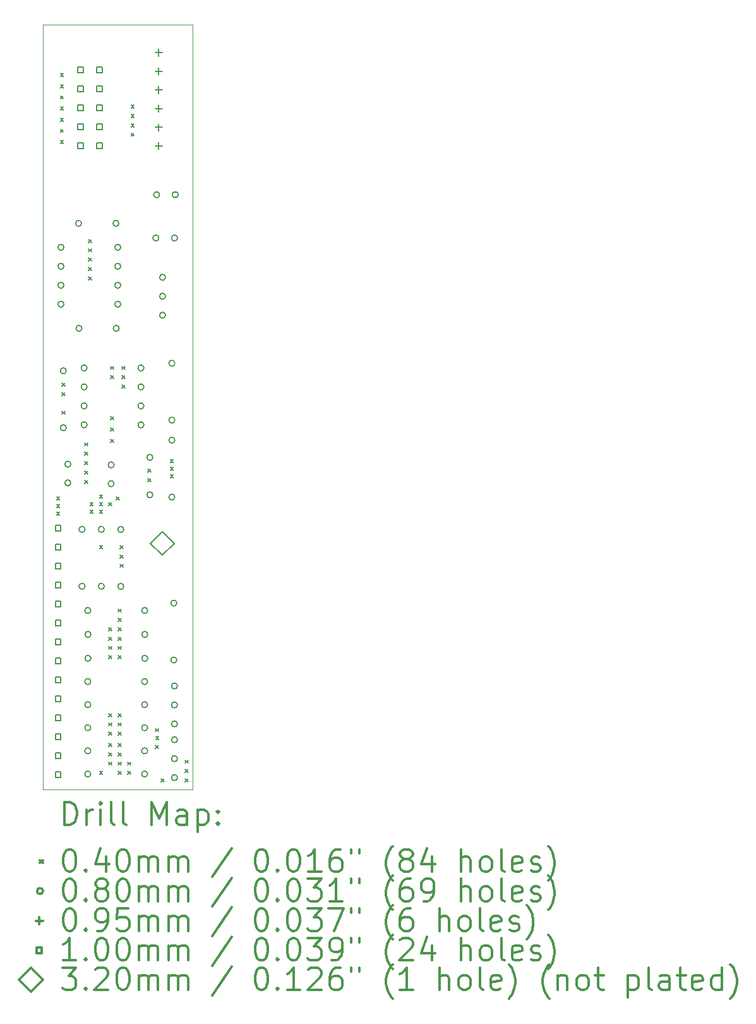
<source format=gbr>
%FSLAX45Y45*%
G04 Gerber Fmt 4.5, Leading zero omitted, Abs format (unit mm)*
G04 Created by KiCad (PCBNEW 5.1.9+dfsg1-1~bpo10+1) date 2022-02-04 08:42:54*
%MOMM*%
%LPD*%
G01*
G04 APERTURE LIST*
%TA.AperFunction,Profile*%
%ADD10C,0.050000*%
%TD*%
%ADD11C,0.200000*%
%ADD12C,0.300000*%
G04 APERTURE END LIST*
D10*
X13500000Y-15550000D02*
X13500000Y-5300000D01*
X15500000Y-15550000D02*
X13500000Y-15550000D01*
X15500000Y-5300000D02*
X15500000Y-15550000D01*
X13500000Y-5300000D02*
X15500000Y-5300000D01*
D11*
X13680000Y-11630000D02*
X13720000Y-11670000D01*
X13720000Y-11630000D02*
X13680000Y-11670000D01*
X13680000Y-11730000D02*
X13720000Y-11770000D01*
X13720000Y-11730000D02*
X13680000Y-11770000D01*
X13680000Y-11830000D02*
X13720000Y-11870000D01*
X13720000Y-11830000D02*
X13680000Y-11870000D01*
X13730000Y-5955000D02*
X13770000Y-5995000D01*
X13770000Y-5955000D02*
X13730000Y-5995000D01*
X13730000Y-6105000D02*
X13770000Y-6145000D01*
X13770000Y-6105000D02*
X13730000Y-6145000D01*
X13730000Y-6255000D02*
X13770000Y-6295000D01*
X13770000Y-6255000D02*
X13730000Y-6295000D01*
X13730000Y-6405000D02*
X13770000Y-6445000D01*
X13770000Y-6405000D02*
X13730000Y-6445000D01*
X13730000Y-6555000D02*
X13770000Y-6595000D01*
X13770000Y-6555000D02*
X13730000Y-6595000D01*
X13730000Y-6705000D02*
X13770000Y-6745000D01*
X13770000Y-6705000D02*
X13730000Y-6745000D01*
X13730000Y-6855000D02*
X13770000Y-6895000D01*
X13770000Y-6855000D02*
X13730000Y-6895000D01*
X13755000Y-10105000D02*
X13795000Y-10145000D01*
X13795000Y-10105000D02*
X13755000Y-10145000D01*
X13755000Y-10230000D02*
X13795000Y-10270000D01*
X13795000Y-10230000D02*
X13755000Y-10270000D01*
X13755000Y-10480000D02*
X13795000Y-10520000D01*
X13795000Y-10480000D02*
X13755000Y-10520000D01*
X14055000Y-10905000D02*
X14095000Y-10945000D01*
X14095000Y-10905000D02*
X14055000Y-10945000D01*
X14055000Y-11030000D02*
X14095000Y-11070000D01*
X14095000Y-11030000D02*
X14055000Y-11070000D01*
X14055000Y-11155000D02*
X14095000Y-11195000D01*
X14095000Y-11155000D02*
X14055000Y-11195000D01*
X14055000Y-11280000D02*
X14095000Y-11320000D01*
X14095000Y-11280000D02*
X14055000Y-11320000D01*
X14055000Y-11405000D02*
X14095000Y-11445000D01*
X14095000Y-11405000D02*
X14055000Y-11445000D01*
X14105000Y-8180000D02*
X14145000Y-8220000D01*
X14145000Y-8180000D02*
X14105000Y-8220000D01*
X14105000Y-8305000D02*
X14145000Y-8345000D01*
X14145000Y-8305000D02*
X14105000Y-8345000D01*
X14105000Y-8430000D02*
X14145000Y-8470000D01*
X14145000Y-8430000D02*
X14105000Y-8470000D01*
X14105000Y-8555000D02*
X14145000Y-8595000D01*
X14145000Y-8555000D02*
X14105000Y-8595000D01*
X14105000Y-8680000D02*
X14145000Y-8720000D01*
X14145000Y-8680000D02*
X14105000Y-8720000D01*
X14130000Y-11705000D02*
X14170000Y-11745000D01*
X14170000Y-11705000D02*
X14130000Y-11745000D01*
X14130000Y-11805000D02*
X14170000Y-11845000D01*
X14170000Y-11805000D02*
X14130000Y-11845000D01*
X14255000Y-11605000D02*
X14295000Y-11645000D01*
X14295000Y-11605000D02*
X14255000Y-11645000D01*
X14255000Y-11705000D02*
X14295000Y-11745000D01*
X14295000Y-11705000D02*
X14255000Y-11745000D01*
X14255000Y-11805000D02*
X14295000Y-11845000D01*
X14295000Y-11805000D02*
X14255000Y-11845000D01*
X14255000Y-12280000D02*
X14295000Y-12320000D01*
X14295000Y-12280000D02*
X14255000Y-12320000D01*
X14255000Y-15305000D02*
X14295000Y-15345000D01*
X14295000Y-15305000D02*
X14255000Y-15345000D01*
X14380000Y-11705000D02*
X14420000Y-11745000D01*
X14420000Y-11705000D02*
X14380000Y-11745000D01*
X14380000Y-13380000D02*
X14420000Y-13420000D01*
X14420000Y-13380000D02*
X14380000Y-13420000D01*
X14380000Y-13505000D02*
X14420000Y-13545000D01*
X14420000Y-13505000D02*
X14380000Y-13545000D01*
X14380000Y-13630000D02*
X14420000Y-13670000D01*
X14420000Y-13630000D02*
X14380000Y-13670000D01*
X14380000Y-13755000D02*
X14420000Y-13795000D01*
X14420000Y-13755000D02*
X14380000Y-13795000D01*
X14380000Y-14530000D02*
X14420000Y-14570000D01*
X14420000Y-14530000D02*
X14380000Y-14570000D01*
X14380000Y-14655000D02*
X14420000Y-14695000D01*
X14420000Y-14655000D02*
X14380000Y-14695000D01*
X14380000Y-14780000D02*
X14420000Y-14820000D01*
X14420000Y-14780000D02*
X14380000Y-14820000D01*
X14380000Y-14930000D02*
X14420000Y-14970000D01*
X14420000Y-14930000D02*
X14380000Y-14970000D01*
X14380000Y-15055000D02*
X14420000Y-15095000D01*
X14420000Y-15055000D02*
X14380000Y-15095000D01*
X14380000Y-15180000D02*
X14420000Y-15220000D01*
X14420000Y-15180000D02*
X14380000Y-15220000D01*
X14405000Y-9880000D02*
X14445000Y-9920000D01*
X14445000Y-9880000D02*
X14405000Y-9920000D01*
X14405000Y-10005000D02*
X14445000Y-10045000D01*
X14445000Y-10005000D02*
X14405000Y-10045000D01*
X14405000Y-10555000D02*
X14445000Y-10595000D01*
X14445000Y-10555000D02*
X14405000Y-10595000D01*
X14405000Y-10705000D02*
X14445000Y-10745000D01*
X14445000Y-10705000D02*
X14405000Y-10745000D01*
X14405000Y-10855000D02*
X14445000Y-10895000D01*
X14445000Y-10855000D02*
X14405000Y-10895000D01*
X14480000Y-11630000D02*
X14520000Y-11670000D01*
X14520000Y-11630000D02*
X14480000Y-11670000D01*
X14505000Y-13130000D02*
X14545000Y-13170000D01*
X14545000Y-13130000D02*
X14505000Y-13170000D01*
X14505000Y-13255000D02*
X14545000Y-13295000D01*
X14545000Y-13255000D02*
X14505000Y-13295000D01*
X14505000Y-13380000D02*
X14545000Y-13420000D01*
X14545000Y-13380000D02*
X14505000Y-13420000D01*
X14505000Y-13505000D02*
X14545000Y-13545000D01*
X14545000Y-13505000D02*
X14505000Y-13545000D01*
X14505000Y-13630000D02*
X14545000Y-13670000D01*
X14545000Y-13630000D02*
X14505000Y-13670000D01*
X14505000Y-13755000D02*
X14545000Y-13795000D01*
X14545000Y-13755000D02*
X14505000Y-13795000D01*
X14505000Y-14530000D02*
X14545000Y-14570000D01*
X14545000Y-14530000D02*
X14505000Y-14570000D01*
X14505000Y-14655000D02*
X14545000Y-14695000D01*
X14545000Y-14655000D02*
X14505000Y-14695000D01*
X14505000Y-14780000D02*
X14545000Y-14820000D01*
X14545000Y-14780000D02*
X14505000Y-14820000D01*
X14505000Y-14930000D02*
X14545000Y-14970000D01*
X14545000Y-14930000D02*
X14505000Y-14970000D01*
X14505000Y-15055000D02*
X14545000Y-15095000D01*
X14545000Y-15055000D02*
X14505000Y-15095000D01*
X14505000Y-15180000D02*
X14545000Y-15220000D01*
X14545000Y-15180000D02*
X14505000Y-15220000D01*
X14505000Y-15305000D02*
X14545000Y-15345000D01*
X14545000Y-15305000D02*
X14505000Y-15345000D01*
X14530000Y-12280000D02*
X14570000Y-12320000D01*
X14570000Y-12280000D02*
X14530000Y-12320000D01*
X14530000Y-12405000D02*
X14570000Y-12445000D01*
X14570000Y-12405000D02*
X14530000Y-12445000D01*
X14530000Y-12530000D02*
X14570000Y-12570000D01*
X14570000Y-12530000D02*
X14530000Y-12570000D01*
X14555000Y-9880000D02*
X14595000Y-9920000D01*
X14595000Y-9880000D02*
X14555000Y-9920000D01*
X14555000Y-10005000D02*
X14595000Y-10045000D01*
X14595000Y-10005000D02*
X14555000Y-10045000D01*
X14555000Y-10130000D02*
X14595000Y-10170000D01*
X14595000Y-10130000D02*
X14555000Y-10170000D01*
X14630000Y-15180000D02*
X14670000Y-15220000D01*
X14670000Y-15180000D02*
X14630000Y-15220000D01*
X14630000Y-15305000D02*
X14670000Y-15345000D01*
X14670000Y-15305000D02*
X14630000Y-15345000D01*
X14680000Y-6380000D02*
X14720000Y-6420000D01*
X14720000Y-6380000D02*
X14680000Y-6420000D01*
X14680000Y-6505000D02*
X14720000Y-6545000D01*
X14720000Y-6505000D02*
X14680000Y-6545000D01*
X14680000Y-6630000D02*
X14720000Y-6670000D01*
X14720000Y-6630000D02*
X14680000Y-6670000D01*
X14680000Y-6755000D02*
X14720000Y-6795000D01*
X14720000Y-6755000D02*
X14680000Y-6795000D01*
X14905000Y-11255000D02*
X14945000Y-11295000D01*
X14945000Y-11255000D02*
X14905000Y-11295000D01*
X14905000Y-11380000D02*
X14945000Y-11420000D01*
X14945000Y-11380000D02*
X14905000Y-11420000D01*
X15005000Y-14730000D02*
X15045000Y-14770000D01*
X15045000Y-14730000D02*
X15005000Y-14770000D01*
X15005000Y-14955000D02*
X15045000Y-14995000D01*
X15045000Y-14955000D02*
X15005000Y-14995000D01*
X15010000Y-14840000D02*
X15050000Y-14880000D01*
X15050000Y-14840000D02*
X15010000Y-14880000D01*
X15080000Y-15405000D02*
X15120000Y-15445000D01*
X15120000Y-15405000D02*
X15080000Y-15445000D01*
X15205000Y-11130000D02*
X15245000Y-11170000D01*
X15245000Y-11130000D02*
X15205000Y-11170000D01*
X15205000Y-11230000D02*
X15245000Y-11270000D01*
X15245000Y-11230000D02*
X15205000Y-11270000D01*
X15205000Y-11330000D02*
X15245000Y-11370000D01*
X15245000Y-11330000D02*
X15205000Y-11370000D01*
X15405000Y-15155000D02*
X15445000Y-15195000D01*
X15445000Y-15155000D02*
X15405000Y-15195000D01*
X15405000Y-15280000D02*
X15445000Y-15320000D01*
X15445000Y-15280000D02*
X15405000Y-15320000D01*
X15405000Y-15405000D02*
X15445000Y-15445000D01*
X15445000Y-15405000D02*
X15405000Y-15445000D01*
X13778000Y-8285000D02*
G75*
G03*
X13778000Y-8285000I-40000J0D01*
G01*
X13778000Y-8539000D02*
G75*
G03*
X13778000Y-8539000I-40000J0D01*
G01*
X13778000Y-8793000D02*
G75*
G03*
X13778000Y-8793000I-40000J0D01*
G01*
X13778000Y-9047000D02*
G75*
G03*
X13778000Y-9047000I-40000J0D01*
G01*
X13810000Y-9940000D02*
G75*
G03*
X13810000Y-9940000I-40000J0D01*
G01*
X13810000Y-10702000D02*
G75*
G03*
X13810000Y-10702000I-40000J0D01*
G01*
X13870000Y-11190000D02*
G75*
G03*
X13870000Y-11190000I-40000J0D01*
G01*
X13870000Y-11440000D02*
G75*
G03*
X13870000Y-11440000I-40000J0D01*
G01*
X14015000Y-7965000D02*
G75*
G03*
X14015000Y-7965000I-40000J0D01*
G01*
X14020000Y-9370000D02*
G75*
G03*
X14020000Y-9370000I-40000J0D01*
G01*
X14060000Y-12063000D02*
G75*
G03*
X14060000Y-12063000I-40000J0D01*
G01*
X14060000Y-12825000D02*
G75*
G03*
X14060000Y-12825000I-40000J0D01*
G01*
X14088000Y-9900000D02*
G75*
G03*
X14088000Y-9900000I-40000J0D01*
G01*
X14088000Y-10154000D02*
G75*
G03*
X14088000Y-10154000I-40000J0D01*
G01*
X14088000Y-10408000D02*
G75*
G03*
X14088000Y-10408000I-40000J0D01*
G01*
X14088000Y-10662000D02*
G75*
G03*
X14088000Y-10662000I-40000J0D01*
G01*
X14138000Y-13150000D02*
G75*
G03*
X14138000Y-13150000I-40000J0D01*
G01*
X14138000Y-14100000D02*
G75*
G03*
X14138000Y-14100000I-40000J0D01*
G01*
X14138000Y-14410000D02*
G75*
G03*
X14138000Y-14410000I-40000J0D01*
G01*
X14138000Y-14720000D02*
G75*
G03*
X14138000Y-14720000I-40000J0D01*
G01*
X14138000Y-15030000D02*
G75*
G03*
X14138000Y-15030000I-40000J0D01*
G01*
X14138000Y-15340000D02*
G75*
G03*
X14138000Y-15340000I-40000J0D01*
G01*
X14140000Y-13470000D02*
G75*
G03*
X14140000Y-13470000I-40000J0D01*
G01*
X14140000Y-13790000D02*
G75*
G03*
X14140000Y-13790000I-40000J0D01*
G01*
X14320000Y-12063000D02*
G75*
G03*
X14320000Y-12063000I-40000J0D01*
G01*
X14320000Y-12825000D02*
G75*
G03*
X14320000Y-12825000I-40000J0D01*
G01*
X14450000Y-11200000D02*
G75*
G03*
X14450000Y-11200000I-40000J0D01*
G01*
X14450000Y-11450000D02*
G75*
G03*
X14450000Y-11450000I-40000J0D01*
G01*
X14515000Y-7965000D02*
G75*
G03*
X14515000Y-7965000I-40000J0D01*
G01*
X14520000Y-9370000D02*
G75*
G03*
X14520000Y-9370000I-40000J0D01*
G01*
X14540000Y-8285000D02*
G75*
G03*
X14540000Y-8285000I-40000J0D01*
G01*
X14540000Y-8539000D02*
G75*
G03*
X14540000Y-8539000I-40000J0D01*
G01*
X14540000Y-8793000D02*
G75*
G03*
X14540000Y-8793000I-40000J0D01*
G01*
X14540000Y-9047000D02*
G75*
G03*
X14540000Y-9047000I-40000J0D01*
G01*
X14580000Y-12065000D02*
G75*
G03*
X14580000Y-12065000I-40000J0D01*
G01*
X14580000Y-12827000D02*
G75*
G03*
X14580000Y-12827000I-40000J0D01*
G01*
X14850000Y-9900000D02*
G75*
G03*
X14850000Y-9900000I-40000J0D01*
G01*
X14850000Y-10154000D02*
G75*
G03*
X14850000Y-10154000I-40000J0D01*
G01*
X14850000Y-10408000D02*
G75*
G03*
X14850000Y-10408000I-40000J0D01*
G01*
X14850000Y-10662000D02*
G75*
G03*
X14850000Y-10662000I-40000J0D01*
G01*
X14900000Y-13150000D02*
G75*
G03*
X14900000Y-13150000I-40000J0D01*
G01*
X14900000Y-14100000D02*
G75*
G03*
X14900000Y-14100000I-40000J0D01*
G01*
X14900000Y-14410000D02*
G75*
G03*
X14900000Y-14410000I-40000J0D01*
G01*
X14900000Y-14720000D02*
G75*
G03*
X14900000Y-14720000I-40000J0D01*
G01*
X14900000Y-15030000D02*
G75*
G03*
X14900000Y-15030000I-40000J0D01*
G01*
X14900000Y-15340000D02*
G75*
G03*
X14900000Y-15340000I-40000J0D01*
G01*
X14902000Y-13470000D02*
G75*
G03*
X14902000Y-13470000I-40000J0D01*
G01*
X14902000Y-13790000D02*
G75*
G03*
X14902000Y-13790000I-40000J0D01*
G01*
X14970000Y-11100000D02*
G75*
G03*
X14970000Y-11100000I-40000J0D01*
G01*
X14970000Y-11600000D02*
G75*
G03*
X14970000Y-11600000I-40000J0D01*
G01*
X15050000Y-8160000D02*
G75*
G03*
X15050000Y-8160000I-40000J0D01*
G01*
X15060000Y-7580000D02*
G75*
G03*
X15060000Y-7580000I-40000J0D01*
G01*
X15140000Y-8687000D02*
G75*
G03*
X15140000Y-8687000I-40000J0D01*
G01*
X15140000Y-8941000D02*
G75*
G03*
X15140000Y-8941000I-40000J0D01*
G01*
X15140000Y-9195000D02*
G75*
G03*
X15140000Y-9195000I-40000J0D01*
G01*
X15265000Y-9838000D02*
G75*
G03*
X15265000Y-9838000I-40000J0D01*
G01*
X15265000Y-10600000D02*
G75*
G03*
X15265000Y-10600000I-40000J0D01*
G01*
X15265000Y-10867500D02*
G75*
G03*
X15265000Y-10867500I-40000J0D01*
G01*
X15265000Y-11629500D02*
G75*
G03*
X15265000Y-11629500I-40000J0D01*
G01*
X15290000Y-13050000D02*
G75*
G03*
X15290000Y-13050000I-40000J0D01*
G01*
X15290000Y-13812000D02*
G75*
G03*
X15290000Y-13812000I-40000J0D01*
G01*
X15300000Y-8160000D02*
G75*
G03*
X15300000Y-8160000I-40000J0D01*
G01*
X15300000Y-14160000D02*
G75*
G03*
X15300000Y-14160000I-40000J0D01*
G01*
X15300000Y-14414000D02*
G75*
G03*
X15300000Y-14414000I-40000J0D01*
G01*
X15300000Y-14668000D02*
G75*
G03*
X15300000Y-14668000I-40000J0D01*
G01*
X15300000Y-14880000D02*
G75*
G03*
X15300000Y-14880000I-40000J0D01*
G01*
X15300000Y-15134000D02*
G75*
G03*
X15300000Y-15134000I-40000J0D01*
G01*
X15300000Y-15388000D02*
G75*
G03*
X15300000Y-15388000I-40000J0D01*
G01*
X15310000Y-7580000D02*
G75*
G03*
X15310000Y-7580000I-40000J0D01*
G01*
X15050000Y-5627500D02*
X15050000Y-5722500D01*
X15002500Y-5675000D02*
X15097500Y-5675000D01*
X15050000Y-5877500D02*
X15050000Y-5972500D01*
X15002500Y-5925000D02*
X15097500Y-5925000D01*
X15050000Y-6127500D02*
X15050000Y-6222500D01*
X15002500Y-6175000D02*
X15097500Y-6175000D01*
X15050000Y-6377500D02*
X15050000Y-6472500D01*
X15002500Y-6425000D02*
X15097500Y-6425000D01*
X15050000Y-6627500D02*
X15050000Y-6722500D01*
X15002500Y-6675000D02*
X15097500Y-6675000D01*
X15050000Y-6877500D02*
X15050000Y-6972500D01*
X15002500Y-6925000D02*
X15097500Y-6925000D01*
X13735356Y-12082356D02*
X13735356Y-12011644D01*
X13664644Y-12011644D01*
X13664644Y-12082356D01*
X13735356Y-12082356D01*
X13735356Y-12336356D02*
X13735356Y-12265644D01*
X13664644Y-12265644D01*
X13664644Y-12336356D01*
X13735356Y-12336356D01*
X13735356Y-12590356D02*
X13735356Y-12519644D01*
X13664644Y-12519644D01*
X13664644Y-12590356D01*
X13735356Y-12590356D01*
X13735356Y-12844356D02*
X13735356Y-12773644D01*
X13664644Y-12773644D01*
X13664644Y-12844356D01*
X13735356Y-12844356D01*
X13735356Y-13098356D02*
X13735356Y-13027644D01*
X13664644Y-13027644D01*
X13664644Y-13098356D01*
X13735356Y-13098356D01*
X13735356Y-13352356D02*
X13735356Y-13281644D01*
X13664644Y-13281644D01*
X13664644Y-13352356D01*
X13735356Y-13352356D01*
X13735356Y-13606356D02*
X13735356Y-13535644D01*
X13664644Y-13535644D01*
X13664644Y-13606356D01*
X13735356Y-13606356D01*
X13735356Y-13860356D02*
X13735356Y-13789644D01*
X13664644Y-13789644D01*
X13664644Y-13860356D01*
X13735356Y-13860356D01*
X13735356Y-14114356D02*
X13735356Y-14043644D01*
X13664644Y-14043644D01*
X13664644Y-14114356D01*
X13735356Y-14114356D01*
X13735356Y-14368356D02*
X13735356Y-14297644D01*
X13664644Y-14297644D01*
X13664644Y-14368356D01*
X13735356Y-14368356D01*
X13735356Y-14622356D02*
X13735356Y-14551644D01*
X13664644Y-14551644D01*
X13664644Y-14622356D01*
X13735356Y-14622356D01*
X13735356Y-14876356D02*
X13735356Y-14805644D01*
X13664644Y-14805644D01*
X13664644Y-14876356D01*
X13735356Y-14876356D01*
X13735356Y-15130356D02*
X13735356Y-15059644D01*
X13664644Y-15059644D01*
X13664644Y-15130356D01*
X13735356Y-15130356D01*
X13735356Y-15384356D02*
X13735356Y-15313644D01*
X13664644Y-15313644D01*
X13664644Y-15384356D01*
X13735356Y-15384356D01*
X14035356Y-5944356D02*
X14035356Y-5873644D01*
X13964644Y-5873644D01*
X13964644Y-5944356D01*
X14035356Y-5944356D01*
X14035356Y-6198356D02*
X14035356Y-6127644D01*
X13964644Y-6127644D01*
X13964644Y-6198356D01*
X14035356Y-6198356D01*
X14035356Y-6452356D02*
X14035356Y-6381644D01*
X13964644Y-6381644D01*
X13964644Y-6452356D01*
X14035356Y-6452356D01*
X14035356Y-6706356D02*
X14035356Y-6635644D01*
X13964644Y-6635644D01*
X13964644Y-6706356D01*
X14035356Y-6706356D01*
X14035356Y-6960356D02*
X14035356Y-6889644D01*
X13964644Y-6889644D01*
X13964644Y-6960356D01*
X14035356Y-6960356D01*
X14289356Y-5944356D02*
X14289356Y-5873644D01*
X14218644Y-5873644D01*
X14218644Y-5944356D01*
X14289356Y-5944356D01*
X14289356Y-6198356D02*
X14289356Y-6127644D01*
X14218644Y-6127644D01*
X14218644Y-6198356D01*
X14289356Y-6198356D01*
X14289356Y-6452356D02*
X14289356Y-6381644D01*
X14218644Y-6381644D01*
X14218644Y-6452356D01*
X14289356Y-6452356D01*
X14289356Y-6706356D02*
X14289356Y-6635644D01*
X14218644Y-6635644D01*
X14218644Y-6706356D01*
X14289356Y-6706356D01*
X14289356Y-6960356D02*
X14289356Y-6889644D01*
X14218644Y-6889644D01*
X14218644Y-6960356D01*
X14289356Y-6960356D01*
X15100000Y-12410000D02*
X15260000Y-12250000D01*
X15100000Y-12090000D01*
X14940000Y-12250000D01*
X15100000Y-12410000D01*
D12*
X13783928Y-16018214D02*
X13783928Y-15718214D01*
X13855357Y-15718214D01*
X13898214Y-15732500D01*
X13926786Y-15761071D01*
X13941071Y-15789643D01*
X13955357Y-15846786D01*
X13955357Y-15889643D01*
X13941071Y-15946786D01*
X13926786Y-15975357D01*
X13898214Y-16003929D01*
X13855357Y-16018214D01*
X13783928Y-16018214D01*
X14083928Y-16018214D02*
X14083928Y-15818214D01*
X14083928Y-15875357D02*
X14098214Y-15846786D01*
X14112500Y-15832500D01*
X14141071Y-15818214D01*
X14169643Y-15818214D01*
X14269643Y-16018214D02*
X14269643Y-15818214D01*
X14269643Y-15718214D02*
X14255357Y-15732500D01*
X14269643Y-15746786D01*
X14283928Y-15732500D01*
X14269643Y-15718214D01*
X14269643Y-15746786D01*
X14455357Y-16018214D02*
X14426786Y-16003929D01*
X14412500Y-15975357D01*
X14412500Y-15718214D01*
X14612500Y-16018214D02*
X14583928Y-16003929D01*
X14569643Y-15975357D01*
X14569643Y-15718214D01*
X14955357Y-16018214D02*
X14955357Y-15718214D01*
X15055357Y-15932500D01*
X15155357Y-15718214D01*
X15155357Y-16018214D01*
X15426786Y-16018214D02*
X15426786Y-15861071D01*
X15412500Y-15832500D01*
X15383928Y-15818214D01*
X15326786Y-15818214D01*
X15298214Y-15832500D01*
X15426786Y-16003929D02*
X15398214Y-16018214D01*
X15326786Y-16018214D01*
X15298214Y-16003929D01*
X15283928Y-15975357D01*
X15283928Y-15946786D01*
X15298214Y-15918214D01*
X15326786Y-15903929D01*
X15398214Y-15903929D01*
X15426786Y-15889643D01*
X15569643Y-15818214D02*
X15569643Y-16118214D01*
X15569643Y-15832500D02*
X15598214Y-15818214D01*
X15655357Y-15818214D01*
X15683928Y-15832500D01*
X15698214Y-15846786D01*
X15712500Y-15875357D01*
X15712500Y-15961071D01*
X15698214Y-15989643D01*
X15683928Y-16003929D01*
X15655357Y-16018214D01*
X15598214Y-16018214D01*
X15569643Y-16003929D01*
X15841071Y-15989643D02*
X15855357Y-16003929D01*
X15841071Y-16018214D01*
X15826786Y-16003929D01*
X15841071Y-15989643D01*
X15841071Y-16018214D01*
X15841071Y-15832500D02*
X15855357Y-15846786D01*
X15841071Y-15861071D01*
X15826786Y-15846786D01*
X15841071Y-15832500D01*
X15841071Y-15861071D01*
X13457500Y-16492500D02*
X13497500Y-16532500D01*
X13497500Y-16492500D02*
X13457500Y-16532500D01*
X13841071Y-16348214D02*
X13869643Y-16348214D01*
X13898214Y-16362500D01*
X13912500Y-16376786D01*
X13926786Y-16405357D01*
X13941071Y-16462500D01*
X13941071Y-16533929D01*
X13926786Y-16591071D01*
X13912500Y-16619643D01*
X13898214Y-16633929D01*
X13869643Y-16648214D01*
X13841071Y-16648214D01*
X13812500Y-16633929D01*
X13798214Y-16619643D01*
X13783928Y-16591071D01*
X13769643Y-16533929D01*
X13769643Y-16462500D01*
X13783928Y-16405357D01*
X13798214Y-16376786D01*
X13812500Y-16362500D01*
X13841071Y-16348214D01*
X14069643Y-16619643D02*
X14083928Y-16633929D01*
X14069643Y-16648214D01*
X14055357Y-16633929D01*
X14069643Y-16619643D01*
X14069643Y-16648214D01*
X14341071Y-16448214D02*
X14341071Y-16648214D01*
X14269643Y-16333929D02*
X14198214Y-16548214D01*
X14383928Y-16548214D01*
X14555357Y-16348214D02*
X14583928Y-16348214D01*
X14612500Y-16362500D01*
X14626786Y-16376786D01*
X14641071Y-16405357D01*
X14655357Y-16462500D01*
X14655357Y-16533929D01*
X14641071Y-16591071D01*
X14626786Y-16619643D01*
X14612500Y-16633929D01*
X14583928Y-16648214D01*
X14555357Y-16648214D01*
X14526786Y-16633929D01*
X14512500Y-16619643D01*
X14498214Y-16591071D01*
X14483928Y-16533929D01*
X14483928Y-16462500D01*
X14498214Y-16405357D01*
X14512500Y-16376786D01*
X14526786Y-16362500D01*
X14555357Y-16348214D01*
X14783928Y-16648214D02*
X14783928Y-16448214D01*
X14783928Y-16476786D02*
X14798214Y-16462500D01*
X14826786Y-16448214D01*
X14869643Y-16448214D01*
X14898214Y-16462500D01*
X14912500Y-16491071D01*
X14912500Y-16648214D01*
X14912500Y-16491071D02*
X14926786Y-16462500D01*
X14955357Y-16448214D01*
X14998214Y-16448214D01*
X15026786Y-16462500D01*
X15041071Y-16491071D01*
X15041071Y-16648214D01*
X15183928Y-16648214D02*
X15183928Y-16448214D01*
X15183928Y-16476786D02*
X15198214Y-16462500D01*
X15226786Y-16448214D01*
X15269643Y-16448214D01*
X15298214Y-16462500D01*
X15312500Y-16491071D01*
X15312500Y-16648214D01*
X15312500Y-16491071D02*
X15326786Y-16462500D01*
X15355357Y-16448214D01*
X15398214Y-16448214D01*
X15426786Y-16462500D01*
X15441071Y-16491071D01*
X15441071Y-16648214D01*
X16026786Y-16333929D02*
X15769643Y-16719643D01*
X16412500Y-16348214D02*
X16441071Y-16348214D01*
X16469643Y-16362500D01*
X16483928Y-16376786D01*
X16498214Y-16405357D01*
X16512500Y-16462500D01*
X16512500Y-16533929D01*
X16498214Y-16591071D01*
X16483928Y-16619643D01*
X16469643Y-16633929D01*
X16441071Y-16648214D01*
X16412500Y-16648214D01*
X16383928Y-16633929D01*
X16369643Y-16619643D01*
X16355357Y-16591071D01*
X16341071Y-16533929D01*
X16341071Y-16462500D01*
X16355357Y-16405357D01*
X16369643Y-16376786D01*
X16383928Y-16362500D01*
X16412500Y-16348214D01*
X16641071Y-16619643D02*
X16655357Y-16633929D01*
X16641071Y-16648214D01*
X16626786Y-16633929D01*
X16641071Y-16619643D01*
X16641071Y-16648214D01*
X16841071Y-16348214D02*
X16869643Y-16348214D01*
X16898214Y-16362500D01*
X16912500Y-16376786D01*
X16926786Y-16405357D01*
X16941071Y-16462500D01*
X16941071Y-16533929D01*
X16926786Y-16591071D01*
X16912500Y-16619643D01*
X16898214Y-16633929D01*
X16869643Y-16648214D01*
X16841071Y-16648214D01*
X16812500Y-16633929D01*
X16798214Y-16619643D01*
X16783928Y-16591071D01*
X16769643Y-16533929D01*
X16769643Y-16462500D01*
X16783928Y-16405357D01*
X16798214Y-16376786D01*
X16812500Y-16362500D01*
X16841071Y-16348214D01*
X17226786Y-16648214D02*
X17055357Y-16648214D01*
X17141071Y-16648214D02*
X17141071Y-16348214D01*
X17112500Y-16391071D01*
X17083928Y-16419643D01*
X17055357Y-16433929D01*
X17483928Y-16348214D02*
X17426786Y-16348214D01*
X17398214Y-16362500D01*
X17383928Y-16376786D01*
X17355357Y-16419643D01*
X17341071Y-16476786D01*
X17341071Y-16591071D01*
X17355357Y-16619643D01*
X17369643Y-16633929D01*
X17398214Y-16648214D01*
X17455357Y-16648214D01*
X17483928Y-16633929D01*
X17498214Y-16619643D01*
X17512500Y-16591071D01*
X17512500Y-16519643D01*
X17498214Y-16491071D01*
X17483928Y-16476786D01*
X17455357Y-16462500D01*
X17398214Y-16462500D01*
X17369643Y-16476786D01*
X17355357Y-16491071D01*
X17341071Y-16519643D01*
X17626786Y-16348214D02*
X17626786Y-16405357D01*
X17741071Y-16348214D02*
X17741071Y-16405357D01*
X18183928Y-16762500D02*
X18169643Y-16748214D01*
X18141071Y-16705357D01*
X18126786Y-16676786D01*
X18112500Y-16633929D01*
X18098214Y-16562500D01*
X18098214Y-16505357D01*
X18112500Y-16433929D01*
X18126786Y-16391071D01*
X18141071Y-16362500D01*
X18169643Y-16319643D01*
X18183928Y-16305357D01*
X18341071Y-16476786D02*
X18312500Y-16462500D01*
X18298214Y-16448214D01*
X18283928Y-16419643D01*
X18283928Y-16405357D01*
X18298214Y-16376786D01*
X18312500Y-16362500D01*
X18341071Y-16348214D01*
X18398214Y-16348214D01*
X18426786Y-16362500D01*
X18441071Y-16376786D01*
X18455357Y-16405357D01*
X18455357Y-16419643D01*
X18441071Y-16448214D01*
X18426786Y-16462500D01*
X18398214Y-16476786D01*
X18341071Y-16476786D01*
X18312500Y-16491071D01*
X18298214Y-16505357D01*
X18283928Y-16533929D01*
X18283928Y-16591071D01*
X18298214Y-16619643D01*
X18312500Y-16633929D01*
X18341071Y-16648214D01*
X18398214Y-16648214D01*
X18426786Y-16633929D01*
X18441071Y-16619643D01*
X18455357Y-16591071D01*
X18455357Y-16533929D01*
X18441071Y-16505357D01*
X18426786Y-16491071D01*
X18398214Y-16476786D01*
X18712500Y-16448214D02*
X18712500Y-16648214D01*
X18641071Y-16333929D02*
X18569643Y-16548214D01*
X18755357Y-16548214D01*
X19098214Y-16648214D02*
X19098214Y-16348214D01*
X19226786Y-16648214D02*
X19226786Y-16491071D01*
X19212500Y-16462500D01*
X19183928Y-16448214D01*
X19141071Y-16448214D01*
X19112500Y-16462500D01*
X19098214Y-16476786D01*
X19412500Y-16648214D02*
X19383928Y-16633929D01*
X19369643Y-16619643D01*
X19355357Y-16591071D01*
X19355357Y-16505357D01*
X19369643Y-16476786D01*
X19383928Y-16462500D01*
X19412500Y-16448214D01*
X19455357Y-16448214D01*
X19483928Y-16462500D01*
X19498214Y-16476786D01*
X19512500Y-16505357D01*
X19512500Y-16591071D01*
X19498214Y-16619643D01*
X19483928Y-16633929D01*
X19455357Y-16648214D01*
X19412500Y-16648214D01*
X19683928Y-16648214D02*
X19655357Y-16633929D01*
X19641071Y-16605357D01*
X19641071Y-16348214D01*
X19912500Y-16633929D02*
X19883928Y-16648214D01*
X19826786Y-16648214D01*
X19798214Y-16633929D01*
X19783928Y-16605357D01*
X19783928Y-16491071D01*
X19798214Y-16462500D01*
X19826786Y-16448214D01*
X19883928Y-16448214D01*
X19912500Y-16462500D01*
X19926786Y-16491071D01*
X19926786Y-16519643D01*
X19783928Y-16548214D01*
X20041071Y-16633929D02*
X20069643Y-16648214D01*
X20126786Y-16648214D01*
X20155357Y-16633929D01*
X20169643Y-16605357D01*
X20169643Y-16591071D01*
X20155357Y-16562500D01*
X20126786Y-16548214D01*
X20083928Y-16548214D01*
X20055357Y-16533929D01*
X20041071Y-16505357D01*
X20041071Y-16491071D01*
X20055357Y-16462500D01*
X20083928Y-16448214D01*
X20126786Y-16448214D01*
X20155357Y-16462500D01*
X20269643Y-16762500D02*
X20283928Y-16748214D01*
X20312500Y-16705357D01*
X20326786Y-16676786D01*
X20341071Y-16633929D01*
X20355357Y-16562500D01*
X20355357Y-16505357D01*
X20341071Y-16433929D01*
X20326786Y-16391071D01*
X20312500Y-16362500D01*
X20283928Y-16319643D01*
X20269643Y-16305357D01*
X13497500Y-16908500D02*
G75*
G03*
X13497500Y-16908500I-40000J0D01*
G01*
X13841071Y-16744214D02*
X13869643Y-16744214D01*
X13898214Y-16758500D01*
X13912500Y-16772786D01*
X13926786Y-16801357D01*
X13941071Y-16858500D01*
X13941071Y-16929929D01*
X13926786Y-16987072D01*
X13912500Y-17015643D01*
X13898214Y-17029929D01*
X13869643Y-17044214D01*
X13841071Y-17044214D01*
X13812500Y-17029929D01*
X13798214Y-17015643D01*
X13783928Y-16987072D01*
X13769643Y-16929929D01*
X13769643Y-16858500D01*
X13783928Y-16801357D01*
X13798214Y-16772786D01*
X13812500Y-16758500D01*
X13841071Y-16744214D01*
X14069643Y-17015643D02*
X14083928Y-17029929D01*
X14069643Y-17044214D01*
X14055357Y-17029929D01*
X14069643Y-17015643D01*
X14069643Y-17044214D01*
X14255357Y-16872786D02*
X14226786Y-16858500D01*
X14212500Y-16844214D01*
X14198214Y-16815643D01*
X14198214Y-16801357D01*
X14212500Y-16772786D01*
X14226786Y-16758500D01*
X14255357Y-16744214D01*
X14312500Y-16744214D01*
X14341071Y-16758500D01*
X14355357Y-16772786D01*
X14369643Y-16801357D01*
X14369643Y-16815643D01*
X14355357Y-16844214D01*
X14341071Y-16858500D01*
X14312500Y-16872786D01*
X14255357Y-16872786D01*
X14226786Y-16887072D01*
X14212500Y-16901357D01*
X14198214Y-16929929D01*
X14198214Y-16987072D01*
X14212500Y-17015643D01*
X14226786Y-17029929D01*
X14255357Y-17044214D01*
X14312500Y-17044214D01*
X14341071Y-17029929D01*
X14355357Y-17015643D01*
X14369643Y-16987072D01*
X14369643Y-16929929D01*
X14355357Y-16901357D01*
X14341071Y-16887072D01*
X14312500Y-16872786D01*
X14555357Y-16744214D02*
X14583928Y-16744214D01*
X14612500Y-16758500D01*
X14626786Y-16772786D01*
X14641071Y-16801357D01*
X14655357Y-16858500D01*
X14655357Y-16929929D01*
X14641071Y-16987072D01*
X14626786Y-17015643D01*
X14612500Y-17029929D01*
X14583928Y-17044214D01*
X14555357Y-17044214D01*
X14526786Y-17029929D01*
X14512500Y-17015643D01*
X14498214Y-16987072D01*
X14483928Y-16929929D01*
X14483928Y-16858500D01*
X14498214Y-16801357D01*
X14512500Y-16772786D01*
X14526786Y-16758500D01*
X14555357Y-16744214D01*
X14783928Y-17044214D02*
X14783928Y-16844214D01*
X14783928Y-16872786D02*
X14798214Y-16858500D01*
X14826786Y-16844214D01*
X14869643Y-16844214D01*
X14898214Y-16858500D01*
X14912500Y-16887072D01*
X14912500Y-17044214D01*
X14912500Y-16887072D02*
X14926786Y-16858500D01*
X14955357Y-16844214D01*
X14998214Y-16844214D01*
X15026786Y-16858500D01*
X15041071Y-16887072D01*
X15041071Y-17044214D01*
X15183928Y-17044214D02*
X15183928Y-16844214D01*
X15183928Y-16872786D02*
X15198214Y-16858500D01*
X15226786Y-16844214D01*
X15269643Y-16844214D01*
X15298214Y-16858500D01*
X15312500Y-16887072D01*
X15312500Y-17044214D01*
X15312500Y-16887072D02*
X15326786Y-16858500D01*
X15355357Y-16844214D01*
X15398214Y-16844214D01*
X15426786Y-16858500D01*
X15441071Y-16887072D01*
X15441071Y-17044214D01*
X16026786Y-16729929D02*
X15769643Y-17115643D01*
X16412500Y-16744214D02*
X16441071Y-16744214D01*
X16469643Y-16758500D01*
X16483928Y-16772786D01*
X16498214Y-16801357D01*
X16512500Y-16858500D01*
X16512500Y-16929929D01*
X16498214Y-16987072D01*
X16483928Y-17015643D01*
X16469643Y-17029929D01*
X16441071Y-17044214D01*
X16412500Y-17044214D01*
X16383928Y-17029929D01*
X16369643Y-17015643D01*
X16355357Y-16987072D01*
X16341071Y-16929929D01*
X16341071Y-16858500D01*
X16355357Y-16801357D01*
X16369643Y-16772786D01*
X16383928Y-16758500D01*
X16412500Y-16744214D01*
X16641071Y-17015643D02*
X16655357Y-17029929D01*
X16641071Y-17044214D01*
X16626786Y-17029929D01*
X16641071Y-17015643D01*
X16641071Y-17044214D01*
X16841071Y-16744214D02*
X16869643Y-16744214D01*
X16898214Y-16758500D01*
X16912500Y-16772786D01*
X16926786Y-16801357D01*
X16941071Y-16858500D01*
X16941071Y-16929929D01*
X16926786Y-16987072D01*
X16912500Y-17015643D01*
X16898214Y-17029929D01*
X16869643Y-17044214D01*
X16841071Y-17044214D01*
X16812500Y-17029929D01*
X16798214Y-17015643D01*
X16783928Y-16987072D01*
X16769643Y-16929929D01*
X16769643Y-16858500D01*
X16783928Y-16801357D01*
X16798214Y-16772786D01*
X16812500Y-16758500D01*
X16841071Y-16744214D01*
X17041071Y-16744214D02*
X17226786Y-16744214D01*
X17126786Y-16858500D01*
X17169643Y-16858500D01*
X17198214Y-16872786D01*
X17212500Y-16887072D01*
X17226786Y-16915643D01*
X17226786Y-16987072D01*
X17212500Y-17015643D01*
X17198214Y-17029929D01*
X17169643Y-17044214D01*
X17083928Y-17044214D01*
X17055357Y-17029929D01*
X17041071Y-17015643D01*
X17512500Y-17044214D02*
X17341071Y-17044214D01*
X17426786Y-17044214D02*
X17426786Y-16744214D01*
X17398214Y-16787072D01*
X17369643Y-16815643D01*
X17341071Y-16829929D01*
X17626786Y-16744214D02*
X17626786Y-16801357D01*
X17741071Y-16744214D02*
X17741071Y-16801357D01*
X18183928Y-17158500D02*
X18169643Y-17144214D01*
X18141071Y-17101357D01*
X18126786Y-17072786D01*
X18112500Y-17029929D01*
X18098214Y-16958500D01*
X18098214Y-16901357D01*
X18112500Y-16829929D01*
X18126786Y-16787072D01*
X18141071Y-16758500D01*
X18169643Y-16715643D01*
X18183928Y-16701357D01*
X18426786Y-16744214D02*
X18369643Y-16744214D01*
X18341071Y-16758500D01*
X18326786Y-16772786D01*
X18298214Y-16815643D01*
X18283928Y-16872786D01*
X18283928Y-16987072D01*
X18298214Y-17015643D01*
X18312500Y-17029929D01*
X18341071Y-17044214D01*
X18398214Y-17044214D01*
X18426786Y-17029929D01*
X18441071Y-17015643D01*
X18455357Y-16987072D01*
X18455357Y-16915643D01*
X18441071Y-16887072D01*
X18426786Y-16872786D01*
X18398214Y-16858500D01*
X18341071Y-16858500D01*
X18312500Y-16872786D01*
X18298214Y-16887072D01*
X18283928Y-16915643D01*
X18598214Y-17044214D02*
X18655357Y-17044214D01*
X18683928Y-17029929D01*
X18698214Y-17015643D01*
X18726786Y-16972786D01*
X18741071Y-16915643D01*
X18741071Y-16801357D01*
X18726786Y-16772786D01*
X18712500Y-16758500D01*
X18683928Y-16744214D01*
X18626786Y-16744214D01*
X18598214Y-16758500D01*
X18583928Y-16772786D01*
X18569643Y-16801357D01*
X18569643Y-16872786D01*
X18583928Y-16901357D01*
X18598214Y-16915643D01*
X18626786Y-16929929D01*
X18683928Y-16929929D01*
X18712500Y-16915643D01*
X18726786Y-16901357D01*
X18741071Y-16872786D01*
X19098214Y-17044214D02*
X19098214Y-16744214D01*
X19226786Y-17044214D02*
X19226786Y-16887072D01*
X19212500Y-16858500D01*
X19183928Y-16844214D01*
X19141071Y-16844214D01*
X19112500Y-16858500D01*
X19098214Y-16872786D01*
X19412500Y-17044214D02*
X19383928Y-17029929D01*
X19369643Y-17015643D01*
X19355357Y-16987072D01*
X19355357Y-16901357D01*
X19369643Y-16872786D01*
X19383928Y-16858500D01*
X19412500Y-16844214D01*
X19455357Y-16844214D01*
X19483928Y-16858500D01*
X19498214Y-16872786D01*
X19512500Y-16901357D01*
X19512500Y-16987072D01*
X19498214Y-17015643D01*
X19483928Y-17029929D01*
X19455357Y-17044214D01*
X19412500Y-17044214D01*
X19683928Y-17044214D02*
X19655357Y-17029929D01*
X19641071Y-17001357D01*
X19641071Y-16744214D01*
X19912500Y-17029929D02*
X19883928Y-17044214D01*
X19826786Y-17044214D01*
X19798214Y-17029929D01*
X19783928Y-17001357D01*
X19783928Y-16887072D01*
X19798214Y-16858500D01*
X19826786Y-16844214D01*
X19883928Y-16844214D01*
X19912500Y-16858500D01*
X19926786Y-16887072D01*
X19926786Y-16915643D01*
X19783928Y-16944214D01*
X20041071Y-17029929D02*
X20069643Y-17044214D01*
X20126786Y-17044214D01*
X20155357Y-17029929D01*
X20169643Y-17001357D01*
X20169643Y-16987072D01*
X20155357Y-16958500D01*
X20126786Y-16944214D01*
X20083928Y-16944214D01*
X20055357Y-16929929D01*
X20041071Y-16901357D01*
X20041071Y-16887072D01*
X20055357Y-16858500D01*
X20083928Y-16844214D01*
X20126786Y-16844214D01*
X20155357Y-16858500D01*
X20269643Y-17158500D02*
X20283928Y-17144214D01*
X20312500Y-17101357D01*
X20326786Y-17072786D01*
X20341071Y-17029929D01*
X20355357Y-16958500D01*
X20355357Y-16901357D01*
X20341071Y-16829929D01*
X20326786Y-16787072D01*
X20312500Y-16758500D01*
X20283928Y-16715643D01*
X20269643Y-16701357D01*
X13450000Y-17257000D02*
X13450000Y-17352000D01*
X13402500Y-17304500D02*
X13497500Y-17304500D01*
X13841071Y-17140214D02*
X13869643Y-17140214D01*
X13898214Y-17154500D01*
X13912500Y-17168786D01*
X13926786Y-17197357D01*
X13941071Y-17254500D01*
X13941071Y-17325929D01*
X13926786Y-17383072D01*
X13912500Y-17411643D01*
X13898214Y-17425929D01*
X13869643Y-17440214D01*
X13841071Y-17440214D01*
X13812500Y-17425929D01*
X13798214Y-17411643D01*
X13783928Y-17383072D01*
X13769643Y-17325929D01*
X13769643Y-17254500D01*
X13783928Y-17197357D01*
X13798214Y-17168786D01*
X13812500Y-17154500D01*
X13841071Y-17140214D01*
X14069643Y-17411643D02*
X14083928Y-17425929D01*
X14069643Y-17440214D01*
X14055357Y-17425929D01*
X14069643Y-17411643D01*
X14069643Y-17440214D01*
X14226786Y-17440214D02*
X14283928Y-17440214D01*
X14312500Y-17425929D01*
X14326786Y-17411643D01*
X14355357Y-17368786D01*
X14369643Y-17311643D01*
X14369643Y-17197357D01*
X14355357Y-17168786D01*
X14341071Y-17154500D01*
X14312500Y-17140214D01*
X14255357Y-17140214D01*
X14226786Y-17154500D01*
X14212500Y-17168786D01*
X14198214Y-17197357D01*
X14198214Y-17268786D01*
X14212500Y-17297357D01*
X14226786Y-17311643D01*
X14255357Y-17325929D01*
X14312500Y-17325929D01*
X14341071Y-17311643D01*
X14355357Y-17297357D01*
X14369643Y-17268786D01*
X14641071Y-17140214D02*
X14498214Y-17140214D01*
X14483928Y-17283072D01*
X14498214Y-17268786D01*
X14526786Y-17254500D01*
X14598214Y-17254500D01*
X14626786Y-17268786D01*
X14641071Y-17283072D01*
X14655357Y-17311643D01*
X14655357Y-17383072D01*
X14641071Y-17411643D01*
X14626786Y-17425929D01*
X14598214Y-17440214D01*
X14526786Y-17440214D01*
X14498214Y-17425929D01*
X14483928Y-17411643D01*
X14783928Y-17440214D02*
X14783928Y-17240214D01*
X14783928Y-17268786D02*
X14798214Y-17254500D01*
X14826786Y-17240214D01*
X14869643Y-17240214D01*
X14898214Y-17254500D01*
X14912500Y-17283072D01*
X14912500Y-17440214D01*
X14912500Y-17283072D02*
X14926786Y-17254500D01*
X14955357Y-17240214D01*
X14998214Y-17240214D01*
X15026786Y-17254500D01*
X15041071Y-17283072D01*
X15041071Y-17440214D01*
X15183928Y-17440214D02*
X15183928Y-17240214D01*
X15183928Y-17268786D02*
X15198214Y-17254500D01*
X15226786Y-17240214D01*
X15269643Y-17240214D01*
X15298214Y-17254500D01*
X15312500Y-17283072D01*
X15312500Y-17440214D01*
X15312500Y-17283072D02*
X15326786Y-17254500D01*
X15355357Y-17240214D01*
X15398214Y-17240214D01*
X15426786Y-17254500D01*
X15441071Y-17283072D01*
X15441071Y-17440214D01*
X16026786Y-17125929D02*
X15769643Y-17511643D01*
X16412500Y-17140214D02*
X16441071Y-17140214D01*
X16469643Y-17154500D01*
X16483928Y-17168786D01*
X16498214Y-17197357D01*
X16512500Y-17254500D01*
X16512500Y-17325929D01*
X16498214Y-17383072D01*
X16483928Y-17411643D01*
X16469643Y-17425929D01*
X16441071Y-17440214D01*
X16412500Y-17440214D01*
X16383928Y-17425929D01*
X16369643Y-17411643D01*
X16355357Y-17383072D01*
X16341071Y-17325929D01*
X16341071Y-17254500D01*
X16355357Y-17197357D01*
X16369643Y-17168786D01*
X16383928Y-17154500D01*
X16412500Y-17140214D01*
X16641071Y-17411643D02*
X16655357Y-17425929D01*
X16641071Y-17440214D01*
X16626786Y-17425929D01*
X16641071Y-17411643D01*
X16641071Y-17440214D01*
X16841071Y-17140214D02*
X16869643Y-17140214D01*
X16898214Y-17154500D01*
X16912500Y-17168786D01*
X16926786Y-17197357D01*
X16941071Y-17254500D01*
X16941071Y-17325929D01*
X16926786Y-17383072D01*
X16912500Y-17411643D01*
X16898214Y-17425929D01*
X16869643Y-17440214D01*
X16841071Y-17440214D01*
X16812500Y-17425929D01*
X16798214Y-17411643D01*
X16783928Y-17383072D01*
X16769643Y-17325929D01*
X16769643Y-17254500D01*
X16783928Y-17197357D01*
X16798214Y-17168786D01*
X16812500Y-17154500D01*
X16841071Y-17140214D01*
X17041071Y-17140214D02*
X17226786Y-17140214D01*
X17126786Y-17254500D01*
X17169643Y-17254500D01*
X17198214Y-17268786D01*
X17212500Y-17283072D01*
X17226786Y-17311643D01*
X17226786Y-17383072D01*
X17212500Y-17411643D01*
X17198214Y-17425929D01*
X17169643Y-17440214D01*
X17083928Y-17440214D01*
X17055357Y-17425929D01*
X17041071Y-17411643D01*
X17326786Y-17140214D02*
X17526786Y-17140214D01*
X17398214Y-17440214D01*
X17626786Y-17140214D02*
X17626786Y-17197357D01*
X17741071Y-17140214D02*
X17741071Y-17197357D01*
X18183928Y-17554500D02*
X18169643Y-17540214D01*
X18141071Y-17497357D01*
X18126786Y-17468786D01*
X18112500Y-17425929D01*
X18098214Y-17354500D01*
X18098214Y-17297357D01*
X18112500Y-17225929D01*
X18126786Y-17183072D01*
X18141071Y-17154500D01*
X18169643Y-17111643D01*
X18183928Y-17097357D01*
X18426786Y-17140214D02*
X18369643Y-17140214D01*
X18341071Y-17154500D01*
X18326786Y-17168786D01*
X18298214Y-17211643D01*
X18283928Y-17268786D01*
X18283928Y-17383072D01*
X18298214Y-17411643D01*
X18312500Y-17425929D01*
X18341071Y-17440214D01*
X18398214Y-17440214D01*
X18426786Y-17425929D01*
X18441071Y-17411643D01*
X18455357Y-17383072D01*
X18455357Y-17311643D01*
X18441071Y-17283072D01*
X18426786Y-17268786D01*
X18398214Y-17254500D01*
X18341071Y-17254500D01*
X18312500Y-17268786D01*
X18298214Y-17283072D01*
X18283928Y-17311643D01*
X18812500Y-17440214D02*
X18812500Y-17140214D01*
X18941071Y-17440214D02*
X18941071Y-17283072D01*
X18926786Y-17254500D01*
X18898214Y-17240214D01*
X18855357Y-17240214D01*
X18826786Y-17254500D01*
X18812500Y-17268786D01*
X19126786Y-17440214D02*
X19098214Y-17425929D01*
X19083928Y-17411643D01*
X19069643Y-17383072D01*
X19069643Y-17297357D01*
X19083928Y-17268786D01*
X19098214Y-17254500D01*
X19126786Y-17240214D01*
X19169643Y-17240214D01*
X19198214Y-17254500D01*
X19212500Y-17268786D01*
X19226786Y-17297357D01*
X19226786Y-17383072D01*
X19212500Y-17411643D01*
X19198214Y-17425929D01*
X19169643Y-17440214D01*
X19126786Y-17440214D01*
X19398214Y-17440214D02*
X19369643Y-17425929D01*
X19355357Y-17397357D01*
X19355357Y-17140214D01*
X19626786Y-17425929D02*
X19598214Y-17440214D01*
X19541071Y-17440214D01*
X19512500Y-17425929D01*
X19498214Y-17397357D01*
X19498214Y-17283072D01*
X19512500Y-17254500D01*
X19541071Y-17240214D01*
X19598214Y-17240214D01*
X19626786Y-17254500D01*
X19641071Y-17283072D01*
X19641071Y-17311643D01*
X19498214Y-17340214D01*
X19755357Y-17425929D02*
X19783928Y-17440214D01*
X19841071Y-17440214D01*
X19869643Y-17425929D01*
X19883928Y-17397357D01*
X19883928Y-17383072D01*
X19869643Y-17354500D01*
X19841071Y-17340214D01*
X19798214Y-17340214D01*
X19769643Y-17325929D01*
X19755357Y-17297357D01*
X19755357Y-17283072D01*
X19769643Y-17254500D01*
X19798214Y-17240214D01*
X19841071Y-17240214D01*
X19869643Y-17254500D01*
X19983928Y-17554500D02*
X19998214Y-17540214D01*
X20026786Y-17497357D01*
X20041071Y-17468786D01*
X20055357Y-17425929D01*
X20069643Y-17354500D01*
X20069643Y-17297357D01*
X20055357Y-17225929D01*
X20041071Y-17183072D01*
X20026786Y-17154500D01*
X19998214Y-17111643D01*
X19983928Y-17097357D01*
X13482856Y-17735856D02*
X13482856Y-17665144D01*
X13412144Y-17665144D01*
X13412144Y-17735856D01*
X13482856Y-17735856D01*
X13941071Y-17836214D02*
X13769643Y-17836214D01*
X13855357Y-17836214D02*
X13855357Y-17536214D01*
X13826786Y-17579072D01*
X13798214Y-17607643D01*
X13769643Y-17621929D01*
X14069643Y-17807643D02*
X14083928Y-17821929D01*
X14069643Y-17836214D01*
X14055357Y-17821929D01*
X14069643Y-17807643D01*
X14069643Y-17836214D01*
X14269643Y-17536214D02*
X14298214Y-17536214D01*
X14326786Y-17550500D01*
X14341071Y-17564786D01*
X14355357Y-17593357D01*
X14369643Y-17650500D01*
X14369643Y-17721929D01*
X14355357Y-17779072D01*
X14341071Y-17807643D01*
X14326786Y-17821929D01*
X14298214Y-17836214D01*
X14269643Y-17836214D01*
X14241071Y-17821929D01*
X14226786Y-17807643D01*
X14212500Y-17779072D01*
X14198214Y-17721929D01*
X14198214Y-17650500D01*
X14212500Y-17593357D01*
X14226786Y-17564786D01*
X14241071Y-17550500D01*
X14269643Y-17536214D01*
X14555357Y-17536214D02*
X14583928Y-17536214D01*
X14612500Y-17550500D01*
X14626786Y-17564786D01*
X14641071Y-17593357D01*
X14655357Y-17650500D01*
X14655357Y-17721929D01*
X14641071Y-17779072D01*
X14626786Y-17807643D01*
X14612500Y-17821929D01*
X14583928Y-17836214D01*
X14555357Y-17836214D01*
X14526786Y-17821929D01*
X14512500Y-17807643D01*
X14498214Y-17779072D01*
X14483928Y-17721929D01*
X14483928Y-17650500D01*
X14498214Y-17593357D01*
X14512500Y-17564786D01*
X14526786Y-17550500D01*
X14555357Y-17536214D01*
X14783928Y-17836214D02*
X14783928Y-17636214D01*
X14783928Y-17664786D02*
X14798214Y-17650500D01*
X14826786Y-17636214D01*
X14869643Y-17636214D01*
X14898214Y-17650500D01*
X14912500Y-17679072D01*
X14912500Y-17836214D01*
X14912500Y-17679072D02*
X14926786Y-17650500D01*
X14955357Y-17636214D01*
X14998214Y-17636214D01*
X15026786Y-17650500D01*
X15041071Y-17679072D01*
X15041071Y-17836214D01*
X15183928Y-17836214D02*
X15183928Y-17636214D01*
X15183928Y-17664786D02*
X15198214Y-17650500D01*
X15226786Y-17636214D01*
X15269643Y-17636214D01*
X15298214Y-17650500D01*
X15312500Y-17679072D01*
X15312500Y-17836214D01*
X15312500Y-17679072D02*
X15326786Y-17650500D01*
X15355357Y-17636214D01*
X15398214Y-17636214D01*
X15426786Y-17650500D01*
X15441071Y-17679072D01*
X15441071Y-17836214D01*
X16026786Y-17521929D02*
X15769643Y-17907643D01*
X16412500Y-17536214D02*
X16441071Y-17536214D01*
X16469643Y-17550500D01*
X16483928Y-17564786D01*
X16498214Y-17593357D01*
X16512500Y-17650500D01*
X16512500Y-17721929D01*
X16498214Y-17779072D01*
X16483928Y-17807643D01*
X16469643Y-17821929D01*
X16441071Y-17836214D01*
X16412500Y-17836214D01*
X16383928Y-17821929D01*
X16369643Y-17807643D01*
X16355357Y-17779072D01*
X16341071Y-17721929D01*
X16341071Y-17650500D01*
X16355357Y-17593357D01*
X16369643Y-17564786D01*
X16383928Y-17550500D01*
X16412500Y-17536214D01*
X16641071Y-17807643D02*
X16655357Y-17821929D01*
X16641071Y-17836214D01*
X16626786Y-17821929D01*
X16641071Y-17807643D01*
X16641071Y-17836214D01*
X16841071Y-17536214D02*
X16869643Y-17536214D01*
X16898214Y-17550500D01*
X16912500Y-17564786D01*
X16926786Y-17593357D01*
X16941071Y-17650500D01*
X16941071Y-17721929D01*
X16926786Y-17779072D01*
X16912500Y-17807643D01*
X16898214Y-17821929D01*
X16869643Y-17836214D01*
X16841071Y-17836214D01*
X16812500Y-17821929D01*
X16798214Y-17807643D01*
X16783928Y-17779072D01*
X16769643Y-17721929D01*
X16769643Y-17650500D01*
X16783928Y-17593357D01*
X16798214Y-17564786D01*
X16812500Y-17550500D01*
X16841071Y-17536214D01*
X17041071Y-17536214D02*
X17226786Y-17536214D01*
X17126786Y-17650500D01*
X17169643Y-17650500D01*
X17198214Y-17664786D01*
X17212500Y-17679072D01*
X17226786Y-17707643D01*
X17226786Y-17779072D01*
X17212500Y-17807643D01*
X17198214Y-17821929D01*
X17169643Y-17836214D01*
X17083928Y-17836214D01*
X17055357Y-17821929D01*
X17041071Y-17807643D01*
X17369643Y-17836214D02*
X17426786Y-17836214D01*
X17455357Y-17821929D01*
X17469643Y-17807643D01*
X17498214Y-17764786D01*
X17512500Y-17707643D01*
X17512500Y-17593357D01*
X17498214Y-17564786D01*
X17483928Y-17550500D01*
X17455357Y-17536214D01*
X17398214Y-17536214D01*
X17369643Y-17550500D01*
X17355357Y-17564786D01*
X17341071Y-17593357D01*
X17341071Y-17664786D01*
X17355357Y-17693357D01*
X17369643Y-17707643D01*
X17398214Y-17721929D01*
X17455357Y-17721929D01*
X17483928Y-17707643D01*
X17498214Y-17693357D01*
X17512500Y-17664786D01*
X17626786Y-17536214D02*
X17626786Y-17593357D01*
X17741071Y-17536214D02*
X17741071Y-17593357D01*
X18183928Y-17950500D02*
X18169643Y-17936214D01*
X18141071Y-17893357D01*
X18126786Y-17864786D01*
X18112500Y-17821929D01*
X18098214Y-17750500D01*
X18098214Y-17693357D01*
X18112500Y-17621929D01*
X18126786Y-17579072D01*
X18141071Y-17550500D01*
X18169643Y-17507643D01*
X18183928Y-17493357D01*
X18283928Y-17564786D02*
X18298214Y-17550500D01*
X18326786Y-17536214D01*
X18398214Y-17536214D01*
X18426786Y-17550500D01*
X18441071Y-17564786D01*
X18455357Y-17593357D01*
X18455357Y-17621929D01*
X18441071Y-17664786D01*
X18269643Y-17836214D01*
X18455357Y-17836214D01*
X18712500Y-17636214D02*
X18712500Y-17836214D01*
X18641071Y-17521929D02*
X18569643Y-17736214D01*
X18755357Y-17736214D01*
X19098214Y-17836214D02*
X19098214Y-17536214D01*
X19226786Y-17836214D02*
X19226786Y-17679072D01*
X19212500Y-17650500D01*
X19183928Y-17636214D01*
X19141071Y-17636214D01*
X19112500Y-17650500D01*
X19098214Y-17664786D01*
X19412500Y-17836214D02*
X19383928Y-17821929D01*
X19369643Y-17807643D01*
X19355357Y-17779072D01*
X19355357Y-17693357D01*
X19369643Y-17664786D01*
X19383928Y-17650500D01*
X19412500Y-17636214D01*
X19455357Y-17636214D01*
X19483928Y-17650500D01*
X19498214Y-17664786D01*
X19512500Y-17693357D01*
X19512500Y-17779072D01*
X19498214Y-17807643D01*
X19483928Y-17821929D01*
X19455357Y-17836214D01*
X19412500Y-17836214D01*
X19683928Y-17836214D02*
X19655357Y-17821929D01*
X19641071Y-17793357D01*
X19641071Y-17536214D01*
X19912500Y-17821929D02*
X19883928Y-17836214D01*
X19826786Y-17836214D01*
X19798214Y-17821929D01*
X19783928Y-17793357D01*
X19783928Y-17679072D01*
X19798214Y-17650500D01*
X19826786Y-17636214D01*
X19883928Y-17636214D01*
X19912500Y-17650500D01*
X19926786Y-17679072D01*
X19926786Y-17707643D01*
X19783928Y-17736214D01*
X20041071Y-17821929D02*
X20069643Y-17836214D01*
X20126786Y-17836214D01*
X20155357Y-17821929D01*
X20169643Y-17793357D01*
X20169643Y-17779072D01*
X20155357Y-17750500D01*
X20126786Y-17736214D01*
X20083928Y-17736214D01*
X20055357Y-17721929D01*
X20041071Y-17693357D01*
X20041071Y-17679072D01*
X20055357Y-17650500D01*
X20083928Y-17636214D01*
X20126786Y-17636214D01*
X20155357Y-17650500D01*
X20269643Y-17950500D02*
X20283928Y-17936214D01*
X20312500Y-17893357D01*
X20326786Y-17864786D01*
X20341071Y-17821929D01*
X20355357Y-17750500D01*
X20355357Y-17693357D01*
X20341071Y-17621929D01*
X20326786Y-17579072D01*
X20312500Y-17550500D01*
X20283928Y-17507643D01*
X20269643Y-17493357D01*
X13337500Y-18256500D02*
X13497500Y-18096500D01*
X13337500Y-17936500D01*
X13177500Y-18096500D01*
X13337500Y-18256500D01*
X13755357Y-17932214D02*
X13941071Y-17932214D01*
X13841071Y-18046500D01*
X13883928Y-18046500D01*
X13912500Y-18060786D01*
X13926786Y-18075072D01*
X13941071Y-18103643D01*
X13941071Y-18175072D01*
X13926786Y-18203643D01*
X13912500Y-18217929D01*
X13883928Y-18232214D01*
X13798214Y-18232214D01*
X13769643Y-18217929D01*
X13755357Y-18203643D01*
X14069643Y-18203643D02*
X14083928Y-18217929D01*
X14069643Y-18232214D01*
X14055357Y-18217929D01*
X14069643Y-18203643D01*
X14069643Y-18232214D01*
X14198214Y-17960786D02*
X14212500Y-17946500D01*
X14241071Y-17932214D01*
X14312500Y-17932214D01*
X14341071Y-17946500D01*
X14355357Y-17960786D01*
X14369643Y-17989357D01*
X14369643Y-18017929D01*
X14355357Y-18060786D01*
X14183928Y-18232214D01*
X14369643Y-18232214D01*
X14555357Y-17932214D02*
X14583928Y-17932214D01*
X14612500Y-17946500D01*
X14626786Y-17960786D01*
X14641071Y-17989357D01*
X14655357Y-18046500D01*
X14655357Y-18117929D01*
X14641071Y-18175072D01*
X14626786Y-18203643D01*
X14612500Y-18217929D01*
X14583928Y-18232214D01*
X14555357Y-18232214D01*
X14526786Y-18217929D01*
X14512500Y-18203643D01*
X14498214Y-18175072D01*
X14483928Y-18117929D01*
X14483928Y-18046500D01*
X14498214Y-17989357D01*
X14512500Y-17960786D01*
X14526786Y-17946500D01*
X14555357Y-17932214D01*
X14783928Y-18232214D02*
X14783928Y-18032214D01*
X14783928Y-18060786D02*
X14798214Y-18046500D01*
X14826786Y-18032214D01*
X14869643Y-18032214D01*
X14898214Y-18046500D01*
X14912500Y-18075072D01*
X14912500Y-18232214D01*
X14912500Y-18075072D02*
X14926786Y-18046500D01*
X14955357Y-18032214D01*
X14998214Y-18032214D01*
X15026786Y-18046500D01*
X15041071Y-18075072D01*
X15041071Y-18232214D01*
X15183928Y-18232214D02*
X15183928Y-18032214D01*
X15183928Y-18060786D02*
X15198214Y-18046500D01*
X15226786Y-18032214D01*
X15269643Y-18032214D01*
X15298214Y-18046500D01*
X15312500Y-18075072D01*
X15312500Y-18232214D01*
X15312500Y-18075072D02*
X15326786Y-18046500D01*
X15355357Y-18032214D01*
X15398214Y-18032214D01*
X15426786Y-18046500D01*
X15441071Y-18075072D01*
X15441071Y-18232214D01*
X16026786Y-17917929D02*
X15769643Y-18303643D01*
X16412500Y-17932214D02*
X16441071Y-17932214D01*
X16469643Y-17946500D01*
X16483928Y-17960786D01*
X16498214Y-17989357D01*
X16512500Y-18046500D01*
X16512500Y-18117929D01*
X16498214Y-18175072D01*
X16483928Y-18203643D01*
X16469643Y-18217929D01*
X16441071Y-18232214D01*
X16412500Y-18232214D01*
X16383928Y-18217929D01*
X16369643Y-18203643D01*
X16355357Y-18175072D01*
X16341071Y-18117929D01*
X16341071Y-18046500D01*
X16355357Y-17989357D01*
X16369643Y-17960786D01*
X16383928Y-17946500D01*
X16412500Y-17932214D01*
X16641071Y-18203643D02*
X16655357Y-18217929D01*
X16641071Y-18232214D01*
X16626786Y-18217929D01*
X16641071Y-18203643D01*
X16641071Y-18232214D01*
X16941071Y-18232214D02*
X16769643Y-18232214D01*
X16855357Y-18232214D02*
X16855357Y-17932214D01*
X16826786Y-17975072D01*
X16798214Y-18003643D01*
X16769643Y-18017929D01*
X17055357Y-17960786D02*
X17069643Y-17946500D01*
X17098214Y-17932214D01*
X17169643Y-17932214D01*
X17198214Y-17946500D01*
X17212500Y-17960786D01*
X17226786Y-17989357D01*
X17226786Y-18017929D01*
X17212500Y-18060786D01*
X17041071Y-18232214D01*
X17226786Y-18232214D01*
X17483928Y-17932214D02*
X17426786Y-17932214D01*
X17398214Y-17946500D01*
X17383928Y-17960786D01*
X17355357Y-18003643D01*
X17341071Y-18060786D01*
X17341071Y-18175072D01*
X17355357Y-18203643D01*
X17369643Y-18217929D01*
X17398214Y-18232214D01*
X17455357Y-18232214D01*
X17483928Y-18217929D01*
X17498214Y-18203643D01*
X17512500Y-18175072D01*
X17512500Y-18103643D01*
X17498214Y-18075072D01*
X17483928Y-18060786D01*
X17455357Y-18046500D01*
X17398214Y-18046500D01*
X17369643Y-18060786D01*
X17355357Y-18075072D01*
X17341071Y-18103643D01*
X17626786Y-17932214D02*
X17626786Y-17989357D01*
X17741071Y-17932214D02*
X17741071Y-17989357D01*
X18183928Y-18346500D02*
X18169643Y-18332214D01*
X18141071Y-18289357D01*
X18126786Y-18260786D01*
X18112500Y-18217929D01*
X18098214Y-18146500D01*
X18098214Y-18089357D01*
X18112500Y-18017929D01*
X18126786Y-17975072D01*
X18141071Y-17946500D01*
X18169643Y-17903643D01*
X18183928Y-17889357D01*
X18455357Y-18232214D02*
X18283928Y-18232214D01*
X18369643Y-18232214D02*
X18369643Y-17932214D01*
X18341071Y-17975072D01*
X18312500Y-18003643D01*
X18283928Y-18017929D01*
X18812500Y-18232214D02*
X18812500Y-17932214D01*
X18941071Y-18232214D02*
X18941071Y-18075072D01*
X18926786Y-18046500D01*
X18898214Y-18032214D01*
X18855357Y-18032214D01*
X18826786Y-18046500D01*
X18812500Y-18060786D01*
X19126786Y-18232214D02*
X19098214Y-18217929D01*
X19083928Y-18203643D01*
X19069643Y-18175072D01*
X19069643Y-18089357D01*
X19083928Y-18060786D01*
X19098214Y-18046500D01*
X19126786Y-18032214D01*
X19169643Y-18032214D01*
X19198214Y-18046500D01*
X19212500Y-18060786D01*
X19226786Y-18089357D01*
X19226786Y-18175072D01*
X19212500Y-18203643D01*
X19198214Y-18217929D01*
X19169643Y-18232214D01*
X19126786Y-18232214D01*
X19398214Y-18232214D02*
X19369643Y-18217929D01*
X19355357Y-18189357D01*
X19355357Y-17932214D01*
X19626786Y-18217929D02*
X19598214Y-18232214D01*
X19541071Y-18232214D01*
X19512500Y-18217929D01*
X19498214Y-18189357D01*
X19498214Y-18075072D01*
X19512500Y-18046500D01*
X19541071Y-18032214D01*
X19598214Y-18032214D01*
X19626786Y-18046500D01*
X19641071Y-18075072D01*
X19641071Y-18103643D01*
X19498214Y-18132214D01*
X19741071Y-18346500D02*
X19755357Y-18332214D01*
X19783928Y-18289357D01*
X19798214Y-18260786D01*
X19812500Y-18217929D01*
X19826786Y-18146500D01*
X19826786Y-18089357D01*
X19812500Y-18017929D01*
X19798214Y-17975072D01*
X19783928Y-17946500D01*
X19755357Y-17903643D01*
X19741071Y-17889357D01*
X20283928Y-18346500D02*
X20269643Y-18332214D01*
X20241071Y-18289357D01*
X20226786Y-18260786D01*
X20212500Y-18217929D01*
X20198214Y-18146500D01*
X20198214Y-18089357D01*
X20212500Y-18017929D01*
X20226786Y-17975072D01*
X20241071Y-17946500D01*
X20269643Y-17903643D01*
X20283928Y-17889357D01*
X20398214Y-18032214D02*
X20398214Y-18232214D01*
X20398214Y-18060786D02*
X20412500Y-18046500D01*
X20441071Y-18032214D01*
X20483928Y-18032214D01*
X20512500Y-18046500D01*
X20526786Y-18075072D01*
X20526786Y-18232214D01*
X20712500Y-18232214D02*
X20683928Y-18217929D01*
X20669643Y-18203643D01*
X20655357Y-18175072D01*
X20655357Y-18089357D01*
X20669643Y-18060786D01*
X20683928Y-18046500D01*
X20712500Y-18032214D01*
X20755357Y-18032214D01*
X20783928Y-18046500D01*
X20798214Y-18060786D01*
X20812500Y-18089357D01*
X20812500Y-18175072D01*
X20798214Y-18203643D01*
X20783928Y-18217929D01*
X20755357Y-18232214D01*
X20712500Y-18232214D01*
X20898214Y-18032214D02*
X21012500Y-18032214D01*
X20941071Y-17932214D02*
X20941071Y-18189357D01*
X20955357Y-18217929D01*
X20983928Y-18232214D01*
X21012500Y-18232214D01*
X21341071Y-18032214D02*
X21341071Y-18332214D01*
X21341071Y-18046500D02*
X21369643Y-18032214D01*
X21426786Y-18032214D01*
X21455357Y-18046500D01*
X21469643Y-18060786D01*
X21483928Y-18089357D01*
X21483928Y-18175072D01*
X21469643Y-18203643D01*
X21455357Y-18217929D01*
X21426786Y-18232214D01*
X21369643Y-18232214D01*
X21341071Y-18217929D01*
X21655357Y-18232214D02*
X21626786Y-18217929D01*
X21612500Y-18189357D01*
X21612500Y-17932214D01*
X21898214Y-18232214D02*
X21898214Y-18075072D01*
X21883928Y-18046500D01*
X21855357Y-18032214D01*
X21798214Y-18032214D01*
X21769643Y-18046500D01*
X21898214Y-18217929D02*
X21869643Y-18232214D01*
X21798214Y-18232214D01*
X21769643Y-18217929D01*
X21755357Y-18189357D01*
X21755357Y-18160786D01*
X21769643Y-18132214D01*
X21798214Y-18117929D01*
X21869643Y-18117929D01*
X21898214Y-18103643D01*
X21998214Y-18032214D02*
X22112500Y-18032214D01*
X22041071Y-17932214D02*
X22041071Y-18189357D01*
X22055357Y-18217929D01*
X22083928Y-18232214D01*
X22112500Y-18232214D01*
X22326786Y-18217929D02*
X22298214Y-18232214D01*
X22241071Y-18232214D01*
X22212500Y-18217929D01*
X22198214Y-18189357D01*
X22198214Y-18075072D01*
X22212500Y-18046500D01*
X22241071Y-18032214D01*
X22298214Y-18032214D01*
X22326786Y-18046500D01*
X22341071Y-18075072D01*
X22341071Y-18103643D01*
X22198214Y-18132214D01*
X22598214Y-18232214D02*
X22598214Y-17932214D01*
X22598214Y-18217929D02*
X22569643Y-18232214D01*
X22512500Y-18232214D01*
X22483928Y-18217929D01*
X22469643Y-18203643D01*
X22455357Y-18175072D01*
X22455357Y-18089357D01*
X22469643Y-18060786D01*
X22483928Y-18046500D01*
X22512500Y-18032214D01*
X22569643Y-18032214D01*
X22598214Y-18046500D01*
X22712500Y-18346500D02*
X22726786Y-18332214D01*
X22755357Y-18289357D01*
X22769643Y-18260786D01*
X22783928Y-18217929D01*
X22798214Y-18146500D01*
X22798214Y-18089357D01*
X22783928Y-18017929D01*
X22769643Y-17975072D01*
X22755357Y-17946500D01*
X22726786Y-17903643D01*
X22712500Y-17889357D01*
M02*

</source>
